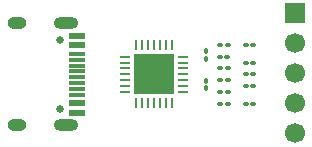
<source format=gbr>
%TF.GenerationSoftware,KiCad,Pcbnew,9.0.2-9.0.2-0~ubuntu22.04.1*%
%TF.CreationDate,2025-06-23T11:59:03+05:30*%
%TF.ProjectId,CP2102,43503231-3032-42e6-9b69-6361645f7063,rev?*%
%TF.SameCoordinates,Original*%
%TF.FileFunction,Soldermask,Top*%
%TF.FilePolarity,Negative*%
%FSLAX46Y46*%
G04 Gerber Fmt 4.6, Leading zero omitted, Abs format (unit mm)*
G04 Created by KiCad (PCBNEW 9.0.2-9.0.2-0~ubuntu22.04.1) date 2025-06-23 11:59:03*
%MOMM*%
%LPD*%
G01*
G04 APERTURE LIST*
G04 Aperture macros list*
%AMRoundRect*
0 Rectangle with rounded corners*
0 $1 Rounding radius*
0 $2 $3 $4 $5 $6 $7 $8 $9 X,Y pos of 4 corners*
0 Add a 4 corners polygon primitive as box body*
4,1,4,$2,$3,$4,$5,$6,$7,$8,$9,$2,$3,0*
0 Add four circle primitives for the rounded corners*
1,1,$1+$1,$2,$3*
1,1,$1+$1,$4,$5*
1,1,$1+$1,$6,$7*
1,1,$1+$1,$8,$9*
0 Add four rect primitives between the rounded corners*
20,1,$1+$1,$2,$3,$4,$5,0*
20,1,$1+$1,$4,$5,$6,$7,0*
20,1,$1+$1,$6,$7,$8,$9,0*
20,1,$1+$1,$8,$9,$2,$3,0*%
G04 Aperture macros list end*
%ADD10R,1.700000X1.700000*%
%ADD11C,1.700000*%
%ADD12RoundRect,0.100000X-0.130000X-0.100000X0.130000X-0.100000X0.130000X0.100000X-0.130000X0.100000X0*%
%ADD13RoundRect,0.100000X0.130000X0.100000X-0.130000X0.100000X-0.130000X-0.100000X0.130000X-0.100000X0*%
%ADD14C,0.650000*%
%ADD15R,1.450000X0.600000*%
%ADD16R,1.450000X0.300000*%
%ADD17O,2.100000X1.000000*%
%ADD18O,1.600000X1.000000*%
%ADD19RoundRect,0.100000X0.100000X-0.130000X0.100000X0.130000X-0.100000X0.130000X-0.100000X-0.130000X0*%
%ADD20RoundRect,0.062500X-0.337500X-0.062500X0.337500X-0.062500X0.337500X0.062500X-0.337500X0.062500X0*%
%ADD21RoundRect,0.062500X-0.062500X-0.337500X0.062500X-0.337500X0.062500X0.337500X-0.062500X0.337500X0*%
%ADD22R,3.350000X3.350000*%
G04 APERTURE END LIST*
D10*
%TO.C,J2*%
X130500000Y-35340000D03*
D11*
X130500000Y-37880000D03*
X130500000Y-40420000D03*
X130500000Y-42960000D03*
X130500000Y-45500000D03*
%TD*%
D12*
%TO.C,C4*%
X124180000Y-41000000D03*
X124820000Y-41000000D03*
%TD*%
D13*
%TO.C,R3*%
X124820000Y-43000000D03*
X124180000Y-43000000D03*
%TD*%
D12*
%TO.C,R2*%
X126335000Y-39500000D03*
X126975000Y-39500000D03*
%TD*%
%TO.C,R1*%
X124135000Y-39000000D03*
X124775000Y-39000000D03*
%TD*%
D14*
%TO.C,J1*%
X110600000Y-37610000D03*
X110600000Y-43390000D03*
D15*
X112045000Y-37250000D03*
X112045000Y-38050000D03*
D16*
X112045000Y-39250000D03*
X112045000Y-40250000D03*
X112045000Y-40750000D03*
X112045000Y-41750000D03*
D15*
X112045000Y-42950000D03*
X112045000Y-43750000D03*
X112045000Y-43750000D03*
X112045000Y-42950000D03*
D16*
X112045000Y-42250000D03*
X112045000Y-41250000D03*
X112045000Y-39750000D03*
X112045000Y-38750000D03*
D15*
X112045000Y-38050000D03*
X112045000Y-37250000D03*
D17*
X111130000Y-36180000D03*
D18*
X106950000Y-36180000D03*
D17*
X111130000Y-44820000D03*
D18*
X106950000Y-44820000D03*
%TD*%
D12*
%TO.C,R7*%
X124180000Y-42000000D03*
X124820000Y-42000000D03*
%TD*%
%TO.C,C2*%
X124180000Y-38000000D03*
X124820000Y-38000000D03*
%TD*%
%TO.C,C3*%
X126335000Y-40500000D03*
X126975000Y-40500000D03*
%TD*%
D19*
%TO.C,D4*%
X123000000Y-39165000D03*
X123000000Y-38525000D03*
%TD*%
D20*
%TO.C,U1*%
X116100000Y-39000000D03*
X116100000Y-39500000D03*
X116100000Y-40000000D03*
X116100000Y-40500000D03*
X116100000Y-41000000D03*
X116100000Y-41500000D03*
X116100000Y-42000000D03*
D21*
X117050000Y-42950000D03*
X117550000Y-42950000D03*
X118050000Y-42950000D03*
X118550000Y-42950000D03*
X119050000Y-42950000D03*
X119550000Y-42950000D03*
X120050000Y-42950000D03*
D20*
X121000000Y-42000000D03*
X121000000Y-41500000D03*
X121000000Y-41000000D03*
X121000000Y-40500000D03*
X121000000Y-40000000D03*
X121000000Y-39500000D03*
X121000000Y-39000000D03*
D21*
X120050000Y-38050000D03*
X119550000Y-38050000D03*
X119050000Y-38050000D03*
X118550000Y-38050000D03*
X118050000Y-38050000D03*
X117550000Y-38050000D03*
X117050000Y-38050000D03*
D22*
X118550000Y-40500000D03*
%TD*%
D12*
%TO.C,R5*%
X126335000Y-43000000D03*
X126975000Y-43000000D03*
%TD*%
%TO.C,R4*%
X124180000Y-40000000D03*
X124820000Y-40000000D03*
%TD*%
%TO.C,C1*%
X126335000Y-38000000D03*
X126975000Y-38000000D03*
%TD*%
D19*
%TO.C,D5*%
X123000000Y-41665000D03*
X123000000Y-41025000D03*
%TD*%
D12*
%TO.C,R6*%
X126335000Y-41500000D03*
X126975000Y-41500000D03*
%TD*%
M02*

</source>
